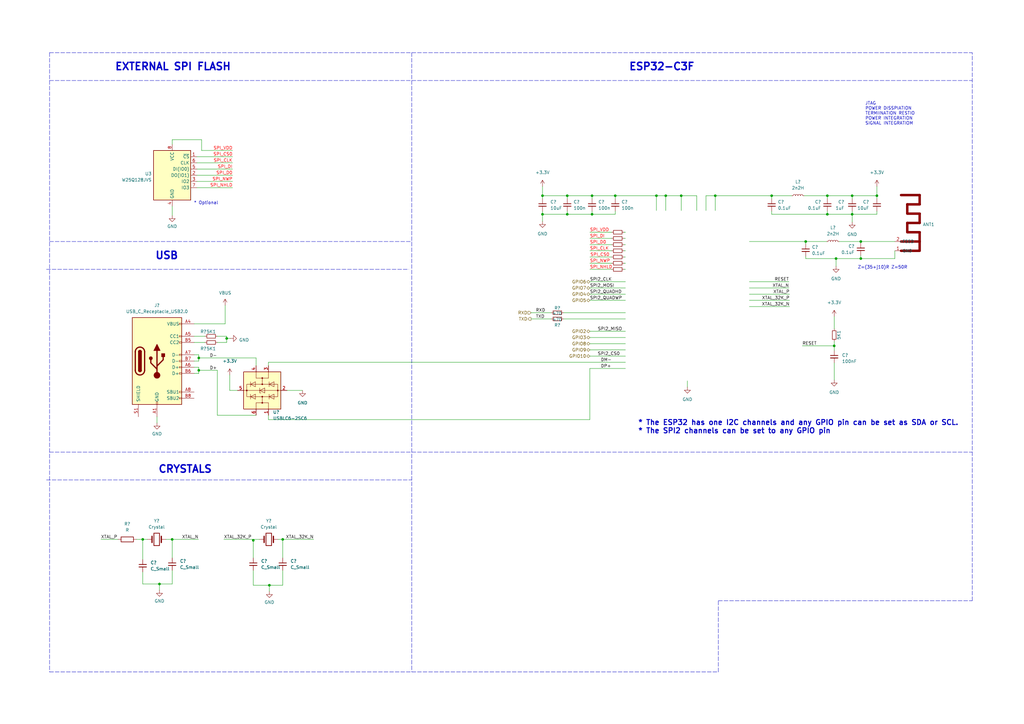
<source format=kicad_sch>
(kicad_sch (version 20230121) (generator eeschema)
  (paper "A3")
  (lib_symbols
    (symbol "Connector:USB_C_Receptacle_USB2.0" (pin_names (offset 1.016))
      (property "Reference" "J" (at -10.16 19.05 0))
      (property "Value" "USB_C_Receptacle_USB2.0" (at 19.05 19.05 0))
      (symbol "USB_C_Receptacle_USB2.0_0_0"
        (rectangle (start -0.254 -17.78) (end 0.254 -16.764))
        (rectangle (start 10.16 -14.986) (end 9.144 -15.494))
        (rectangle (start 10.16 -12.446) (end 9.144 -12.954))
        (rectangle (start 10.16 -4.826) (end 9.144 -5.334))
        (rectangle (start 10.16 -2.286) (end 9.144 -2.794))
        (rectangle (start 10.16 0.254) (end 9.144 -0.254))
        (rectangle (start 10.16 2.794) (end 9.144 2.286))
        (rectangle (start 10.16 7.874) (end 9.144 7.366))
        (rectangle (start 10.16 10.414) (end 9.144 9.906))
        (rectangle (start 10.16 15.494) (end 9.144 14.986))
      )
      (symbol "USB_C_Receptacle_USB2.0_0_1"
        (rectangle (start -10.16 17.78) (end 10.16 -17.78) (stroke (width 0.254)) (fill (type background)))
        (arc (start -8.89 -3.81) (mid -6.985 -5.7067) (end -5.08 -3.81) (stroke (width 0.508)))
        (arc (start -7.62 -3.81) (mid -6.985 -4.4423) (end -6.35 -3.81) (stroke (width 0.254)))
        (arc (start -7.62 -3.81) (mid -6.985 -4.4423) (end -6.35 -3.81) (stroke (width 0.254)) (fill (type outline)))
        (rectangle (start -7.62 -3.81) (end -6.35 3.81) (stroke (width 0.254)) (fill (type outline)))
        (arc (start -6.35 3.81) (mid -6.985 4.4423) (end -7.62 3.81) (stroke (width 0.254)))
        (arc (start -6.35 3.81) (mid -6.985 4.4423) (end -7.62 3.81) (stroke (width 0.254)) (fill (type outline)))
        (arc (start -5.08 3.81) (mid -6.985 5.7067) (end -8.89 3.81) (stroke (width 0.508)))
        (circle (center -2.54 1.143) (radius 0.635) (stroke (width 0.254)) (fill (type outline)))
        (circle (center 0 -5.842) (radius 1.27) (fill (type outline)))
        (polyline (pts (xy -8.89 -3.81) (xy -8.89 3.81)) (stroke (width 0.508)))
        (polyline (pts (xy -5.08 3.81) (xy -5.08 -3.81)) (stroke (width 0.508)))
        (polyline (pts (xy 0 -5.842) (xy 0 4.318)) (stroke (width 0.508)))
        (polyline (pts (xy 0 -3.302) (xy -2.54 -0.762) (xy -2.54 0.508)) (stroke (width 0.508)))
        (polyline (pts (xy 0 -2.032) (xy 2.54 0.508) (xy 2.54 1.778)) (stroke (width 0.508)))
        (polyline (pts (xy -1.27 4.318) (xy 0 6.858) (xy 1.27 4.318) (xy -1.27 4.318)) (stroke (width 0.254)) (fill (type outline)))
        (rectangle (start 1.905 1.778) (end 3.175 3.048) (stroke (width 0.254)) (fill (type outline)))
      )
      (symbol "USB_C_Receptacle_USB2.0_1_1"
        (pin passive line (at 0 -22.86 90) (length 5.08) (name "GND") (number "A1"))
        (pin passive line (at 0 -22.86 90) (length 5.08) hide (name "GND") (number "A12"))
        (pin passive line (at 15.24 15.24 180) (length 5.08) (name "VBUS") (number "A4"))
        (pin bidirectional line (at 15.24 10.16 180) (length 5.08) (name "CC1") (number "A5"))
        (pin bidirectional line (at 15.24 -2.54 180) (length 5.08) (name "D+") (number "A6"))
        (pin bidirectional line (at 15.24 2.54 180) (length 5.08) (name "D-") (number "A7"))
        (pin bidirectional line (at 15.24 -12.7 180) (length 5.08) (name "SBU1") (number "A8"))
        (pin passive line (at 15.24 15.24 180) (length 5.08) hide (name "VBUS") (number "A9"))
        (pin passive line (at 0 -22.86 90) (length 5.08) hide (name "GND") (number "B1"))
        (pin passive line (at 0 -22.86 90) (length 5.08) hide (name "GND") (number "B12"))
        (pin passive line (at 15.24 15.24 180) (length 5.08) hide (name "VBUS") (number "B4"))
        (pin bidirectional line (at 15.24 7.62 180) (length 5.08) (name "CC2") (number "B5"))
        (pin bidirectional line (at 15.24 -5.08 180) (length 5.08) (name "D+") (number "B6"))
        (pin bidirectional line (at 15.24 0 180) (length 5.08) (name "D-") (number "B7"))
        (pin bidirectional line (at 15.24 -15.24 180) (length 5.08) (name "SBU2") (number "B8"))
        (pin passive line (at 15.24 15.24 180) (length 5.08) hide (name "VBUS") (number "B9"))
        (pin passive line (at -7.62 -22.86 90) (length 5.08) (name "SHIELD") (number "S1"))
      )
    )
    (symbol "Device:C_Small" (pin_numbers hide) (pin_names (offset 0.254) hide)
      (property "Reference" "C" (at 0.254 1.778 0))
      (property "Value" "C_Small" (at 0.254 -2.032 0))
      (symbol "C_Small_0_1"
        (polyline (pts (xy -1.524 -0.508) (xy 1.524 -0.508)) (stroke (width 0.3302)))
        (polyline (pts (xy -1.524 0.508) (xy 1.524 0.508)) (stroke (width 0.3048)))
      )
      (symbol "C_Small_1_1"
        (pin passive line (at 0 2.54 270) (length 2.032) (name "~") (number "1"))
        (pin passive line (at 0 -2.54 90) (length 2.032) (name "~") (number "2"))
      )
    )
    (symbol "Device:Crystal" (pin_numbers hide) (pin_names (offset 1.016) hide)
      (property "Reference" "Y" (at 0 3.81 0))
      (property "Value" "Crystal" (at 0 -3.81 0))
      (symbol "Crystal_0_1"
        (rectangle (start -1.143 2.54) (end 1.143 -2.54) (stroke (width 0.3048)))
        (polyline (pts (xy -2.54 0) (xy -1.905 0)))
        (polyline (pts (xy -1.905 -1.27) (xy -1.905 1.27)) (stroke (width 0.508)))
        (polyline (pts (xy 1.905 -1.27) (xy 1.905 1.27)) (stroke (width 0.508)))
        (polyline (pts (xy 2.54 0) (xy 1.905 0)))
      )
      (symbol "Crystal_1_1"
        (pin passive line (at -3.81 0 0) (length 1.27) (name "1") (number "1"))
        (pin passive line (at 3.81 0 180) (length 1.27) (name "2") (number "2"))
      )
    )
    (symbol "Device:L_Small" (pin_numbers hide) (pin_names (offset 0.254) hide)
      (property "Reference" "L" (at 0.762 1.016 0))
      (property "Value" "L_Small" (at 0.762 -1.016 0))
      (symbol "L_Small_0_1"
        (arc (start 0 -2.032) (mid 0.5058 -1.524) (end 0 -1.016))
        (arc (start 0 -1.016) (mid 0.5058 -0.508) (end 0 0))
        (arc (start 0 0) (mid 0.5058 0.508) (end 0 1.016))
        (arc (start 0 1.016) (mid 0.5058 1.524) (end 0 2.032))
      )
      (symbol "L_Small_1_1"
        (pin passive line (at 0 2.54 270) (length 0.508) (name "~") (number "1"))
        (pin passive line (at 0 -2.54 90) (length 0.508) (name "~") (number "2"))
      )
    )
    (symbol "Device:R" (pin_numbers hide) (pin_names (offset 0))
      (property "Reference" "R" (at 2.032 0 90))
      (property "Value" "R" (at 0 0 90))
      (symbol "R_0_1"
        (rectangle (start -1.016 -2.54) (end 1.016 2.54) (stroke (width 0.254)))
      )
      (symbol "R_1_1"
        (pin passive line (at 0 3.81 270) (length 1.27) (name "~") (number "1"))
        (pin passive line (at 0 -3.81 90) (length 1.27) (name "~") (number "2"))
      )
    )
    (symbol "Device:R_Small" (pin_numbers hide) (pin_names (offset 0.254) hide)
      (property "Reference" "R" (at 0.762 0.508 0))
      (property "Value" "R_Small" (at 0.762 -1.016 0))
      (symbol "R_Small_0_1"
        (rectangle (start -0.762 1.778) (end 0.762 -1.778) (stroke (width 0.2032)))
      )
      (symbol "R_Small_1_1"
        (pin passive line (at 0 2.54 270) (length 0.762) (name "~") (number "1"))
        (pin passive line (at 0 -2.54 90) (length 0.762) (name "~") (number "2"))
      )
    )
    (symbol "Memory_Flash:W25Q128JVS"
      (property "Reference" "U" (at -8.89 8.89 0))
      (property "Value" "W25Q128JVS" (at 7.62 8.89 0))
      (symbol "W25Q128JVS_0_1"
        (rectangle (start -7.62 10.16) (end 7.62 -10.16) (stroke (width 0.254)) (fill (type background)))
      )
      (symbol "W25Q128JVS_1_1"
        (pin input line (at -10.16 7.62 0) (length 2.54) (name "~{CS}") (number "1"))
        (pin bidirectional line (at -10.16 0 0) (length 2.54) (name "DO(IO1)") (number "2"))
        (pin bidirectional line (at -10.16 -2.54 0) (length 2.54) (name "IO2") (number "3"))
        (pin power_in line (at 0 -12.7 90) (length 2.54) (name "GND") (number "4"))
        (pin bidirectional line (at -10.16 2.54 0) (length 2.54) (name "DI(IO0)") (number "5"))
        (pin input line (at -10.16 5.08 0) (length 2.54) (name "CLK") (number "6"))
        (pin bidirectional line (at -10.16 -5.08 0) (length 2.54) (name "IO3") (number "7"))
        (pin power_in line (at 0 12.7 270) (length 2.54) (name "VCC") (number "8"))
      )
    )
    (symbol "Power_Protection:USBLC6-2SC6" (pin_names hide)
      (property "Reference" "U" (at 2.54 8.89 0))
      (property "Value" "USBLC6-2SC6" (at 2.54 -8.89 0))
      (symbol "USBLC6-2SC6_0_1"
        (rectangle (start -7.62 -7.62) (end 7.62 7.62) (stroke (width 0.254)) (fill (type background)))
        (circle (center -5.08 0) (radius 0.254) (fill (type outline)))
        (circle (center -2.54 0) (radius 0.254) (fill (type outline)))
        (rectangle (start -2.54 6.35) (end 2.54 -6.35))
        (circle (center 0 -6.35) (radius 0.254) (fill (type outline)))
        (polyline (pts (xy -5.08 -2.54) (xy -7.62 -2.54)))
        (polyline (pts (xy -5.08 0) (xy -5.08 -2.54)))
        (polyline (pts (xy -5.08 2.54) (xy -7.62 2.54)))
        (polyline (pts (xy -1.524 -2.794) (xy -3.556 -2.794)))
        (polyline (pts (xy -1.524 4.826) (xy -3.556 4.826)))
        (polyline (pts (xy 0 -7.62) (xy 0 -6.35)))
        (polyline (pts (xy 0 -6.35) (xy 0 1.27)))
        (polyline (pts (xy 0 1.27) (xy 0 6.35)))
        (polyline (pts (xy 0 6.35) (xy 0 7.62)))
        (polyline (pts (xy 1.524 -2.794) (xy 3.556 -2.794)))
        (polyline (pts (xy 1.524 4.826) (xy 3.556 4.826)))
        (polyline (pts (xy 5.08 -2.54) (xy 7.62 -2.54)))
        (polyline (pts (xy 5.08 0) (xy 5.08 -2.54)))
        (polyline (pts (xy 5.08 2.54) (xy 7.62 2.54)))
        (polyline (pts (xy -2.54 0) (xy -5.08 0) (xy -5.08 2.54)))
        (polyline (pts (xy 2.54 0) (xy 5.08 0) (xy 5.08 2.54)))
        (polyline (pts (xy -3.556 -4.826) (xy -1.524 -4.826) (xy -2.54 -2.794) (xy -3.556 -4.826)))
        (polyline (pts (xy -3.556 2.794) (xy -1.524 2.794) (xy -2.54 4.826) (xy -3.556 2.794)))
        (polyline (pts (xy -1.016 -1.016) (xy 1.016 -1.016) (xy 0 1.016) (xy -1.016 -1.016)))
        (polyline (pts (xy 1.016 1.016) (xy 0.762 1.016) (xy -1.016 1.016) (xy -1.016 0.508)))
        (polyline (pts (xy 3.556 -4.826) (xy 1.524 -4.826) (xy 2.54 -2.794) (xy 3.556 -4.826)))
        (polyline (pts (xy 3.556 2.794) (xy 1.524 2.794) (xy 2.54 4.826) (xy 3.556 2.794)))
        (circle (center 0 6.35) (radius 0.254) (fill (type outline)))
        (circle (center 2.54 0) (radius 0.254) (fill (type outline)))
        (circle (center 5.08 0) (radius 0.254) (fill (type outline)))
      )
      (symbol "USBLC6-2SC6_1_1"
        (pin passive line (at -10.16 -2.54 0) (length 2.54) (name "I/O1") (number "1"))
        (pin passive line (at 0 -10.16 90) (length 2.54) (name "GND") (number "2"))
        (pin passive line (at 10.16 -2.54 180) (length 2.54) (name "I/O2") (number "3"))
        (pin passive line (at 10.16 2.54 180) (length 2.54) (name "I/O2") (number "4"))
        (pin passive line (at 0 10.16 270) (length 2.54) (name "VBUS") (number "5"))
        (pin passive line (at -10.16 2.54 0) (length 2.54) (name "I/O1") (number "6"))
      )
    )
    (symbol "Project_Library:ESP32-D0WDQ6"
      (property "Reference" "U" (at -16.51 49.53 0))
      (property "Value" "ESP32-D0WDQ6" (at -16.51 49.53 0))
      (symbol "ESP32-D0WDQ6_0_0"
        (rectangle (start -17.78 -38.1) (end 17.78 48.26) (stroke (width 0.254)) (fill (type background)))
        (pin input line (at -22.86 21.59 0) (length 5.08) (name "VDET_1") (number "10"))
        (pin input line (at -22.86 19.05 0) (length 5.08) (name "VDET_2") (number "11"))
        (pin bidirectional line (at 22.86 -10.16 180) (length 5.08) (name "32K_XP") (number "12"))
        (pin bidirectional line (at 22.86 -12.7 180) (length 5.08) (name "32K_XN") (number "13"))
        (pin bidirectional line (at -22.86 -25.4 0) (length 5.08) (name "GPIO25") (number "14"))
        (pin bidirectional line (at -22.86 -27.94 0) (length 5.08) (name "GPIO26") (number "15"))
        (pin bidirectional line (at -22.86 -30.48 0) (length 5.08) (name "GPIO27") (number "16"))
        (pin bidirectional line (at 22.86 12.7 180) (length 5.08) (name "MTMS") (number "17"))
        (pin bidirectional line (at 22.86 17.78 180) (length 5.08) (name "MTDI") (number "18"))
        (pin power_in line (at 2.54 53.34 270) (length 5.08) (name "VDD3P3_RTC") (number "19"))
        (pin bidirectional line (at 22.86 25.4 180) (length 5.08) (name "LNA_IN") (number "2"))
        (pin bidirectional line (at 22.86 20.32 180) (length 5.08) (name "MTCK") (number "20"))
        (pin bidirectional line (at 22.86 15.24 180) (length 5.08) (name "MTDO") (number "21"))
        (pin bidirectional line (at -22.86 0 0) (length 5.08) (name "GPIO2") (number "22"))
        (pin bidirectional line (at -22.86 2.54 0) (length 5.08) (name "GPIO0") (number "23"))
        (pin bidirectional line (at -22.86 -2.54 0) (length 5.08) (name "GPIO4") (number "24"))
        (pin bidirectional line (at -22.86 -7.62 0) (length 5.08) (name "GPIO16") (number "25"))
        (pin power_in line (at 5.08 53.34 270) (length 5.08) (name "VDD_SDIO") (number "26"))
        (pin bidirectional line (at -22.86 -10.16 0) (length 5.08) (name "GPIO17") (number "27"))
        (pin bidirectional line (at 22.86 -2.54 180) (length 5.08) (name "SD_DATA_2") (number "28"))
        (pin bidirectional line (at 22.86 -5.08 180) (length 5.08) (name "SD_DATA_3") (number "29"))
        (pin bidirectional line (at 22.86 5.08 180) (length 5.08) (name "SD_CMD") (number "30"))
        (pin bidirectional clock (at 22.86 7.62 180) (length 5.08) (name "SD_CLK") (number "31"))
        (pin bidirectional line (at 22.86 2.54 180) (length 5.08) (name "SD_DATA_0") (number "32"))
        (pin bidirectional line (at 22.86 0 180) (length 5.08) (name "SD_DATA_1") (number "33"))
        (pin bidirectional line (at -22.86 -5.08 0) (length 5.08) (name "GPIO5") (number "34"))
        (pin bidirectional line (at -22.86 -12.7 0) (length 5.08) (name "GPIO18") (number "35"))
        (pin bidirectional line (at -22.86 -22.86 0) (length 5.08) (name "GPIO23") (number "36"))
        (pin power_in line (at 0 53.34 270) (length 5.08) (name "VDD3P3_CPU") (number "37"))
        (pin bidirectional line (at -22.86 -15.24 0) (length 5.08) (name "GPIO19") (number "38"))
        (pin bidirectional line (at -22.86 -20.32 0) (length 5.08) (name "GPIO22") (number "39"))
        (pin power_in line (at -2.54 53.34 270) (length 5.08) (name "VDD3P3") (number "4"))
        (pin bidirectional line (at -22.86 11.43 0) (length 5.08) (name "U0RXD") (number "40"))
        (pin bidirectional line (at -22.86 8.89 0) (length 5.08) (name "U0TXD") (number "41"))
        (pin bidirectional line (at -22.86 -17.78 0) (length 5.08) (name "GPIO21") (number "42"))
        (pin output line (at 22.86 -19.05 180) (length 5.08) (name "XTAL_N") (number "44"))
        (pin input line (at 22.86 -16.51 180) (length 5.08) (name "XTAL_P") (number "45"))
        (pin input line (at -22.86 39.37 0) (length 5.08) (name "CAP2") (number "47"))
        (pin input line (at -22.86 41.91 0) (length 5.08) (name "CAP1") (number "48"))
        (pin power_in line (at 0 -43.18 90) (length 5.08) (name "GND") (number "49"))
        (pin input line (at -22.86 26.67 0) (length 5.08) (name "SENSOR_VP") (number "5"))
        (pin input line (at -22.86 31.75 0) (length 5.08) (name "SENSOR_CAPP") (number "6"))
        (pin input line (at -22.86 29.21 0) (length 5.08) (name "SENSOR_CAPN") (number "7"))
        (pin input line (at -22.86 24.13 0) (length 5.08) (name "SENSOR_VN") (number "8"))
        (pin input line (at -22.86 34.29 0) (length 5.08) (name "CHIP_PU") (number "9"))
      )
      (symbol "ESP32-D0WDQ6_1_0"
        (pin power_in line (at -5.08 53.34 270) (length 5.08) (name "VDDA") (number "1"))
        (pin power_in line (at -2.54 53.34 270) (length 5.08) (name "VDD3P3") (number "3"))
        (pin power_in line (at -5.08 53.34 270) (length 5.08) hide (name "VDDA") (number "43"))
        (pin power_in line (at -5.08 53.34 270) (length 5.08) hide (name "VDDA") (number "46"))
      )
    )
    (symbol "Project_Library:IFA_2.4GHz"
      (property "Reference" "ANT" (at 1.27 20.32 0))
      (symbol "IFA_2.4GHz_0_1"
        (polyline (pts (xy 0 0) (xy 7.62 0)) (stroke (width 1)))
        (polyline (pts (xy 0 19.05) (xy 7.62 19.05)) (stroke (width 1)))
        (polyline (pts (xy 2.54 7.62) (xy 7.62 7.62)) (stroke (width 1)))
        (polyline (pts (xy 2.54 15.24) (xy 7.62 15.24)) (stroke (width 1)))
        (polyline (pts (xy 7.62 11.43) (xy 7.62 7.62)) (stroke (width 1)))
        (polyline (pts (xy 7.62 19.05) (xy 7.62 15.24)) (stroke (width 1)))
        (polyline (pts (xy 2.54 7.62) (xy 2.54 3.81) (xy 7.62 3.81)) (stroke (width 1)))
        (polyline (pts (xy 2.54 15.24) (xy 2.54 11.43) (xy 7.62 11.43)) (stroke (width 1)))
        (polyline (pts (xy 7.62 3.81) (xy 7.62 -3.81) (xy 0 -3.81)) (stroke (width 1)))
      )
      (symbol "IFA_2.4GHz_1_1"
        (pin input line (at -2.54 -3.81 0) (length 2.54) (name "GND") (number "1"))
        (pin input line (at -2.54 0 0) (length 2.54) (name "FEED") (number "2"))
      )
    )
    (symbol "power:+3.3V" (power) (pin_names (offset 0))
      (property "Value" "+3.3V" (at 0 3.556 0))
      (symbol "+3.3V_0_1"
        (polyline (pts (xy -0.762 1.27) (xy 0 2.54)))
        (polyline (pts (xy 0 0) (xy 0 2.54)))
        (polyline (pts (xy 0 2.54) (xy 0.762 1.27)))
      )
      (symbol "+3.3V_1_1"
        (pin power_in line (at 0 0 90) (length 0) hide (name "+3.3V") (number "1"))
      )
    )
    (symbol "power:GND" (power) (pin_names (offset 0))
      (property "Value" "GND" (at 0 -3.81 0))
      (symbol "GND_0_1"
        (polyline (pts (xy 0 0) (xy 0 -1.27) (xy 1.27 -1.27) (xy 0 -2.54) (xy -1.27 -1.27) (xy 0 -1.27)))
      )
      (symbol "GND_1_1"
        (pin power_in line (at 0 0 270) (length 0) hide (name "GND") (number "1"))
      )
    )
    (symbol "power:VBUS" (power) (pin_names (offset 0))
      (property "Value" "VBUS" (at 0 3.81 0))
      (symbol "VBUS_0_1"
        (polyline (pts (xy -0.762 1.27) (xy 0 2.54)))
        (polyline (pts (xy 0 0) (xy 0 2.54)))
        (polyline (pts (xy 0 2.54) (xy 0.762 1.27)))
      )
      (symbol "VBUS_1_1"
        (pin power_in line (at 0 0 90) (length 0) hide (name "VBUS") (number "1"))
      )
    )
  )
  (junction (at 58.547 221.234))
  (junction (at 222.504 87.884))
  (junction (at 349.504 80.264))
  (junction (at 222.504 80.264))
  (junction (at 353.06 99.06))
  (junction (at 359.664 80.264))
  (junction (at 316.484 80.264))
  (junction (at 353.06 106.045))
  (junction (at 110.49 240.03))
  (junction (at 232.664 87.884))
  (junction (at 81.534 146.812))
  (junction (at 339.344 87.884))
  (junction (at 70.612 221.234))
  (junction (at 92.964 138.811))
  (junction (at 279.4 80.264))
  (junction (at 342.9 106.045))
  (junction (at 342.138 141.859))
  (junction (at 103.886 221.615))
  (junction (at 81.534 151.892))
  (junction (at 65.405 239.522))
  (junction (at 293.37 80.264))
  (junction (at 242.824 80.264))
  (junction (at 349.504 87.884))
  (junction (at 273.05 80.264))
  (junction (at 115.951 221.234))
  (junction (at 339.344 80.264))
  (junction (at 269.24 80.264))
  (junction (at 252.349 80.264))
  (junction (at 330.454 99.06))
  (junction (at 242.824 87.884))
  (junction (at 232.664 80.264))
  (polyline (pts (xy 19.05 110.49) (xy 167.64 110.49)) (stroke (width 0) (type dash)))
  (wire (pts (xy 281.94 158.75) (xy 281.94 156.21)))
  (wire (pts (xy 222.504 76.454) (xy 222.504 80.264)))
  (wire (pts (xy 242.824 80.264) (xy 252.349 80.264)))
  (wire (pts (xy 70.612 221.234) (xy 81.407 221.234)))
  (wire (pts (xy 41.402 221.234) (xy 48.387 221.234)))
  (wire (pts (xy 89.154 151.892) (xy 89.154 170.307)))
  (polyline (pts (xy 294.64 246.38) (xy 398.78 246.38)) (stroke (width 0) (type dash)))
  (wire (pts (xy 232.664 80.264) (xy 242.824 80.264)))
  (wire (pts (xy 232.664 86.614) (xy 232.664 87.884)))
  (wire (pts (xy 80.772 69.342) (xy 95.377 69.342)))
  (wire (pts (xy 70.612 57.277) (xy 82.677 57.277)))
  (wire (pts (xy 58.547 234.569) (xy 58.547 239.522)))
  (wire (pts (xy 110.109 172.085) (xy 110.109 170.307)))
  (wire (pts (xy 70.612 221.234) (xy 70.612 228.854)))
  (wire (pts (xy 222.504 87.884) (xy 222.504 90.805)))
  (wire (pts (xy 316.484 80.264) (xy 324.739 80.264)))
  (wire (pts (xy 241.935 95.25) (xy 250.825 95.25)))
  (wire (pts (xy 232.664 81.534) (xy 232.664 80.264)))
  (polyline (pts (xy 20.32 21.59) (xy 397.51 21.59)) (stroke (width 0) (type dash)))
  (wire (pts (xy 103.886 221.615) (xy 103.886 228.854)))
  (wire (pts (xy 307.34 118.11) (xy 323.596 118.11)))
  (wire (pts (xy 92.964 138.811) (xy 92.964 140.462)))
  (wire (pts (xy 293.37 80.264) (xy 316.484 80.264)))
  (wire (pts (xy 103.886 240.03) (xy 110.49 240.03)))
  (wire (pts (xy 273.05 80.264) (xy 273.05 86.36)))
  (wire (pts (xy 241.935 102.87) (xy 250.825 102.87)))
  (wire (pts (xy 105.029 146.812) (xy 105.029 149.987)))
  (wire (pts (xy 307.34 115.57) (xy 323.596 115.57)))
  (wire (pts (xy 92.964 140.462) (xy 89.154 140.462)))
  (wire (pts (xy 68.072 221.234) (xy 70.612 221.234)))
  (wire (pts (xy 342.138 129.794) (xy 342.138 134.874)))
  (wire (pts (xy 339.344 87.884) (xy 339.344 86.614)))
  (wire (pts (xy 70.612 59.182) (xy 70.612 57.277)))
  (polyline (pts (xy 397.51 21.59) (xy 398.78 21.59)) (stroke (width 0) (type dash)))
  (wire (pts (xy 330.454 99.06) (xy 330.454 100.076)))
  (wire (pts (xy 252.349 80.264) (xy 269.24 80.264)))
  (wire (pts (xy 94.234 153.797) (xy 94.234 160.147)))
  (wire (pts (xy 110.109 172.085) (xy 241.935 172.085)))
  (polyline (pts (xy 19.05 196.85) (xy 168.91 196.85)) (stroke (width 0) (type dash)))
  (wire (pts (xy 231.14 130.81) (xy 256.54 130.81)))
  (wire (pts (xy 242.824 87.884) (xy 242.824 86.614)))
  (polyline (pts (xy 20.32 275.59) (xy 294.64 275.59)) (stroke (width 0) (type dash)))
  (wire (pts (xy 255.905 110.49) (xy 256.54 110.49)))
  (wire (pts (xy 241.935 140.97) (xy 256.54 140.97)))
  (wire (pts (xy 231.14 128.27) (xy 256.54 128.27)))
  (wire (pts (xy 104.14 221.234) (xy 104.14 221.615)))
  (polyline (pts (xy 20.32 33.02) (xy 398.78 33.02)) (stroke (width 0) (type dash)))
  (wire (pts (xy 80.772 64.262) (xy 95.377 64.262)))
  (wire (pts (xy 241.935 151.13) (xy 256.54 151.13)))
  (wire (pts (xy 289.56 80.264) (xy 289.56 86.36)))
  (wire (pts (xy 79.629 148.082) (xy 81.534 148.082)))
  (wire (pts (xy 279.4 86.36) (xy 279.4 80.264)))
  (wire (pts (xy 293.37 86.36) (xy 293.37 80.264)))
  (wire (pts (xy 359.664 80.264) (xy 349.504 80.264)))
  (wire (pts (xy 81.534 146.812) (xy 81.534 148.082)))
  (wire (pts (xy 241.935 115.57) (xy 256.54 115.57)))
  (polyline (pts (xy 20.32 185.42) (xy 398.78 185.42)) (stroke (width 0) (type dash)))
  (wire (pts (xy 110.49 240.03) (xy 110.49 242.57)))
  (wire (pts (xy 269.24 80.264) (xy 269.24 86.36)))
  (wire (pts (xy 342.138 148.844) (xy 342.138 155.829)))
  (wire (pts (xy 110.109 148.59) (xy 256.54 148.59)))
  (wire (pts (xy 92.329 132.842) (xy 92.329 125.222)))
  (wire (pts (xy 349.504 80.264) (xy 339.344 80.264)))
  (wire (pts (xy 117.729 160.147) (xy 124.079 160.147)))
  (wire (pts (xy 65.405 239.522) (xy 70.612 239.522)))
  (wire (pts (xy 82.677 61.722) (xy 95.377 61.722)))
  (wire (pts (xy 110.109 148.59) (xy 110.109 149.987)))
  (wire (pts (xy 115.951 221.234) (xy 115.951 228.854)))
  (wire (pts (xy 58.547 221.234) (xy 60.452 221.234)))
  (wire (pts (xy 255.905 107.95) (xy 256.54 107.95)))
  (wire (pts (xy 316.484 86.614) (xy 316.484 87.884)))
  (polyline (pts (xy 20.32 21.59) (xy 20.32 275.59)) (stroke (width 0) (type dash)))
  (wire (pts (xy 279.4 80.264) (xy 285.75 80.264)))
  (wire (pts (xy 241.935 97.79) (xy 250.825 97.79)))
  (polyline (pts (xy 168.91 21.59) (xy 168.91 275.59)) (stroke (width 0) (type dash)))
  (wire (pts (xy 359.664 81.534) (xy 359.664 80.264)))
  (wire (pts (xy 81.534 151.892) (xy 89.154 151.892)))
  (wire (pts (xy 255.905 95.25) (xy 256.54 95.25)))
  (wire (pts (xy 79.629 145.542) (xy 81.534 145.542)))
  (wire (pts (xy 241.935 135.89) (xy 256.54 135.89)))
  (wire (pts (xy 81.534 146.812) (xy 105.029 146.812)))
  (wire (pts (xy 367.03 106.045) (xy 353.06 106.045)))
  (wire (pts (xy 58.547 221.234) (xy 58.547 229.489)))
  (polyline (pts (xy 398.78 246.38) (xy 398.78 21.59)) (stroke (width 0) (type dash)))
  (wire (pts (xy 252.349 87.884) (xy 242.824 87.884)))
  (wire (pts (xy 359.664 86.614) (xy 359.664 87.884)))
  (wire (pts (xy 79.629 137.922) (xy 84.074 137.922)))
  (wire (pts (xy 255.905 100.33) (xy 256.54 100.33)))
  (wire (pts (xy 241.935 100.33) (xy 250.825 100.33)))
  (wire (pts (xy 349.504 87.884) (xy 349.504 91.059)))
  (wire (pts (xy 80.772 76.962) (xy 95.377 76.962)))
  (wire (pts (xy 82.677 57.277) (xy 82.677 61.722)))
  (wire (pts (xy 269.24 80.264) (xy 273.05 80.264)))
  (wire (pts (xy 339.344 81.534) (xy 339.344 80.264)))
  (wire (pts (xy 293.37 80.264) (xy 289.56 80.264)))
  (wire (pts (xy 104.14 221.234) (xy 106.426 221.234)))
  (wire (pts (xy 64.389 170.942) (xy 64.389 173.482)))
  (wire (pts (xy 359.664 87.884) (xy 349.504 87.884)))
  (wire (pts (xy 222.504 86.614) (xy 222.504 87.884)))
  (wire (pts (xy 114.046 221.234) (xy 115.951 221.234)))
  (wire (pts (xy 110.49 240.03) (xy 115.951 240.03)))
  (wire (pts (xy 217.805 130.81) (xy 226.06 130.81)))
  (wire (pts (xy 273.05 80.264) (xy 279.4 80.264)))
  (wire (pts (xy 330.454 105.156) (xy 330.454 106.045)))
  (wire (pts (xy 92.964 138.811) (xy 94.488 138.811)))
  (wire (pts (xy 342.9 106.045) (xy 342.9 109.22)))
  (wire (pts (xy 241.935 172.085) (xy 241.935 151.13)))
  (wire (pts (xy 353.06 99.06) (xy 367.03 99.06)))
  (wire (pts (xy 285.75 86.36) (xy 285.75 80.264)))
  (wire (pts (xy 330.454 99.06) (xy 339.09 99.06)))
  (wire (pts (xy 349.504 87.884) (xy 339.344 87.884)))
  (wire (pts (xy 81.534 153.162) (xy 79.629 153.162)))
  (wire (pts (xy 241.935 107.95) (xy 250.825 107.95)))
  (wire (pts (xy 359.664 76.454) (xy 359.664 80.264)))
  (wire (pts (xy 349.504 86.614) (xy 349.504 87.884)))
  (wire (pts (xy 241.935 120.65) (xy 256.54 120.65)))
  (wire (pts (xy 97.409 160.147) (xy 94.234 160.147)))
  (wire (pts (xy 79.629 132.842) (xy 92.329 132.842)))
  (wire (pts (xy 222.504 81.534) (xy 222.504 80.264)))
  (wire (pts (xy 241.935 105.41) (xy 250.825 105.41)))
  (wire (pts (xy 307.34 99.06) (xy 330.454 99.06)))
  (wire (pts (xy 222.504 87.884) (xy 232.664 87.884)))
  (wire (pts (xy 307.34 123.19) (xy 323.85 123.19)))
  (wire (pts (xy 89.154 170.307) (xy 105.029 170.307)))
  (wire (pts (xy 79.629 140.462) (xy 84.074 140.462)))
  (wire (pts (xy 307.34 120.65) (xy 323.85 120.65)))
  (wire (pts (xy 115.951 233.934) (xy 115.951 240.03)))
  (wire (pts (xy 103.886 221.234) (xy 103.886 221.615)))
  (wire (pts (xy 342.138 141.859) (xy 342.138 143.764)))
  (wire (pts (xy 56.007 221.234) (xy 58.547 221.234)))
  (wire (pts (xy 252.349 86.614) (xy 252.349 87.884)))
  (wire (pts (xy 92.964 137.922) (xy 92.964 138.811)))
  (wire (pts (xy 80.772 66.802) (xy 95.377 66.802)))
  (wire (pts (xy 255.905 105.41) (xy 256.54 105.41)))
  (wire (pts (xy 80.772 74.422) (xy 95.377 74.422)))
  (wire (pts (xy 222.504 80.264) (xy 232.664 80.264)))
  (wire (pts (xy 329.057 141.859) (xy 342.138 141.859)))
  (polyline (pts (xy 294.64 275.59) (xy 294.64 246.38)) (stroke (width 0) (type dash)))
  (wire (pts (xy 255.905 97.79) (xy 256.54 97.79)))
  (wire (pts (xy 353.06 106.045) (xy 342.9 106.045)))
  (wire (pts (xy 252.349 80.264) (xy 252.349 81.534)))
  (wire (pts (xy 307.34 125.73) (xy 323.85 125.73)))
  (wire (pts (xy 103.886 221.615) (xy 104.14 221.615)))
  (wire (pts (xy 241.935 143.51) (xy 256.54 143.51)))
  (wire (pts (xy 241.935 138.43) (xy 256.54 138.43)))
  (wire (pts (xy 91.821 221.234) (xy 103.886 221.234)))
  (wire (pts (xy 342.138 139.954) (xy 342.138 141.859)))
  (wire (pts (xy 70.612 84.582) (xy 70.612 88.392)))
  (wire (pts (xy 255.905 102.87) (xy 256.54 102.87)))
  (wire (pts (xy 241.935 118.11) (xy 256.54 118.11)))
  (wire (pts (xy 349.504 81.534) (xy 349.504 80.264)))
  (wire (pts (xy 115.951 221.234) (xy 128.651 221.234)))
  (wire (pts (xy 241.935 123.19) (xy 256.54 123.19)))
  (wire (pts (xy 316.484 80.264) (xy 316.484 81.534)))
  (wire (pts (xy 217.805 128.27) (xy 226.06 128.27)))
  (wire (pts (xy 65.405 239.522) (xy 65.405 242.062)))
  (wire (pts (xy 367.03 102.87) (xy 367.03 106.045)))
  (wire (pts (xy 70.612 233.934) (xy 70.612 239.522)))
  (wire (pts (xy 241.935 146.05) (xy 256.54 146.05)))
  (wire (pts (xy 103.886 233.934) (xy 103.886 240.03)))
  (wire (pts (xy 353.06 99.06) (xy 344.17 99.06)))
  (wire (pts (xy 58.547 239.522) (xy 65.405 239.522)))
  (wire (pts (xy 80.772 71.882) (xy 95.377 71.882)))
  (wire (pts (xy 241.935 110.49) (xy 250.825 110.49)))
  (wire (pts (xy 81.534 145.542) (xy 81.534 146.812)))
  (wire (pts (xy 89.154 137.922) (xy 92.964 137.922)))
  (wire (pts (xy 81.534 150.622) (xy 81.534 151.892)))
  (wire (pts (xy 232.664 87.884) (xy 242.824 87.884)))
  (wire (pts (xy 81.534 151.892) (xy 81.534 153.162)))
  (wire (pts (xy 353.06 104.775) (xy 353.06 106.045)))
  (wire (pts (xy 353.06 99.06) (xy 353.06 99.695)))
  (wire (pts (xy 339.344 80.264) (xy 329.819 80.264)))
  (wire (pts (xy 339.344 87.884) (xy 316.484 87.884)))
  (wire (pts (xy 342.9 106.045) (xy 330.454 106.045)))
  (wire (pts (xy 79.629 150.622) (xy 81.534 150.622)))
  (wire (pts (xy 242.824 81.534) (xy 242.824 80.264)))
  (polyline (pts (xy 20.32 99.06) (xy 168.91 99.06)) (stroke (width 0) (type dash)))
  (text "USB" (at 63.5 106.68 0) (effects (font (size 3 3) bold) (justify left bottom)))
  (text "CRYSTALS" (at 64.77 194.31 0) (effects (font (size 3 3) bold) (justify left bottom)))
  (text "* The ESP32 has one I2C channels and any GPIO pin can be set as SDA or SCL.\n* The SPI2 channels can be set to any GPIO pin" (at 261.62 178.054 0) (effects (font (size 2.1 2.1) (thickness 0.4) bold) (justify left bottom)))
  (text "EXTERNAL SPI FLASH" (at 46.99 29.21 0) (effects (font (size 3 3) (thickness 0.6) bold) (justify left bottom)))
  (text "* Optional\n" (at 79.502 84.074 0) (effects (font (size 1.27 1.27)) (justify left bottom)))
  (text "ESP32-C3F" (at 257.81 29.21 0) (effects (font (size 3 3) bold) (justify left bottom)))
  (text "JTAG\nPOWER DISSPIATION\nTERMIINATION RESTIO\nPOWER INTEGRATION\nSIGNAL INTEGRATIOM" (at 354.838 51.435 0) (effects (font (size 1.27 1.27)) (justify left bottom)))
  (text "Z=(35+j10)R Z=50R\n" (at 351.79 110.49 0) (effects (font (size 1.27 1.27)) (justify left bottom)))
  (label "SPI_D0" (at 241.935 100.33 0))
  (label "XTAL_P" (at 41.402 221.234 0))
  (label "XTAL_32K_P" (at 323.85 123.19 180))
  (label "SPI_NHLD" (at 95.377 76.962 180))
  (label "SPI_DI" (at 95.377 69.342 180))
  (label "SPI2_MISO" (at 245.11 135.89 0))
  (label "XTAL_N" (at 323.596 118.11 180))
  (label "RESET" (at 329.057 141.859 0))
  (label "DP+" (at 246.38 151.13 0))
  (label "SPI_NHLD" (at 241.935 110.49 0))
  (label "SPI2_MOSI" (at 241.935 118.11 0))
  (label "SPI_CS0" (at 95.377 64.262 180))
  (label "SPI_NWP" (at 95.377 74.422 180))
  (label "SPI_CS0" (at 242.062 105.41 0))
  (label "SPI_CLK" (at 241.935 102.87 0))
  (label "XTAL_P" (at 323.85 120.65 180))
  (label "SPI_DI" (at 241.935 97.79 0))
  (label "SPI2_CLK" (at 241.935 115.57 0))
  (label "SPI2_QUADWP" (at 241.935 123.19 0))
  (label "TXD" (at 219.71 130.81 0))
  (label "RESET" (at 323.596 115.57 180))
  (label "XTAL_32K_N" (at 128.651 221.234 180))
  (label "SPI_D0" (at 95.377 71.882 180))
  (label "RXD" (at 219.71 128.27 0))
  (label "SPI_VDD" (at 95.377 61.722 180))
  (label "XTAL_N" (at 81.407 221.234 180))
  (label "D+" (at 85.979 151.892 0))
  (label "SPI_CLK" (at 95.377 66.802 180))
  (label "D-" (at 85.979 146.812 0))
  (label "SPI2_QUADHD" (at 241.935 120.65 0))
  (label "XTAL_32K_N" (at 323.85 125.73 180))
  (label "DM-" (at 246.38 148.59 0))
  (label "SPI2_CS0" (at 245.11 146.05 0))
  (label "SPI_VDD" (at 241.935 95.25 0))
  (label "XTAL_32K_P" (at 91.821 221.234 0))
  (label "SPI_NWP" (at 241.935 107.95 0))
  (hierarchical_label "GPIO4" (shape bidirectional) (at 241.935 120.65 180))
  (hierarchical_label "TXD" (shape output) (at 217.805 130.81 180))
  (hierarchical_label "GPIO3" (shape bidirectional) (at 241.935 138.43 180))
  (hierarchical_label "GPIO10" (shape bidirectional) (at 241.935 146.05 180))
  (hierarchical_label "GPIO2" (shape bidirectional) (at 241.935 135.89 180))
  (hierarchical_label "RXD" (shape input) (at 217.805 128.27 180))
  (hierarchical_label "GPIO6" (shape bidirectional) (at 241.935 115.57 180))
  (hierarchical_label "GPIO7" (shape bidirectional) (at 241.935 118.11 180))
  (hierarchical_label "GPIO5" (shape bidirectional) (at 241.935 123.19 180))
  (hierarchical_label "GPIO9" (shape bidirectional) (at 241.935 143.51 180))
  (hierarchical_label "GPIO8" (shape bidirectional) (at 241.935 140.97 180))
  (symbol (lib_id "Device:C_Small") (at 353.06 102.235 0) (mirror y) (unit 1)
    (property "Reference" "C?" (at 350.52 100.9712 0) (effects (justify left)))
    (property "Value" "0.1uF" (at 350.52 103.5112 0) (effects (justify left)))
    (instances (project "BEEWATCH" (path "" (reference "C?") (unit 1)) (path "" (reference "C9") (unit 1))))
  )
  (symbol (lib_id "Device:R_Small") (at 253.365 95.25 90) (unit 1)
    (property "Reference" "R?" (effects hide))
    (property "Value" "0" (effects hide))
    (instances (project "BEEWATCH" (path "" (reference "R?") (unit 1)) (path "" (reference "R1") (unit 1))))
  )
  (symbol (lib_id "Connector:USB_C_Receptacle_USB2.0") (at 64.389 148.082 0) (unit 1)
    (property "Reference" "J?" (at 64.389 125.222 0))
    (property "Value" "USB_C_Receptacle_USB2.0" (at 64.389 127.762 0))
    (property "Datasheet" "https://www.usb.org/sites/default/files/documents/usb_type-c.zip" (effects hide))
    (instances (project "BEEWATCH" (path "" (reference "J?") (unit 1)) (path "" (reference "J1") (unit 1))))
  )
  (symbol (lib_id "Device:R_Small") (at 228.6 130.81 90) (unit 1)
    (property "Reference" "R?" (at 228.6 133.35 90))
    (property "Value" "470" (at 228.5576 131.0643 90))
    (instances (project "BEEWATCH" (path "" (reference "R?") (unit 1)) (path "" (reference "R9") (unit 1))))
  )
  (symbol (lib_id "Device:L_Small") (at 341.63 99.06 90) (unit 1)
    (property "Reference" "L?" (at 341.63 93.345 90))
    (property "Value" "2n2H" (at 341.63 95.885 90))
    (instances (project "BEEWATCH" (path "" (reference "L?") (unit 1)) (path "" (reference "L2") (unit 1))))
  )
  (symbol (lib_id "Project_Library:IFA_2.4GHz") (at 369.57 99.06 0) (unit 1)
    (property "Reference" "ANT1" (at 378.46 92.075 0) (effects (justify left)))
    (property "Value" "~" (at 369.57 99.06 0))
    (property "Footprint" "Project:IFA_2.4GHz" (effects hide))
  )
  (symbol (lib_id "Device:C_Small") (at 330.454 102.616 0) (unit 1)
    (property "Reference" "C?" (at 332.994 101.3522 0) (effects (justify left)))
    (property "Value" "0.1uF" (at 332.994 103.8922 0) (effects (justify left)))
    (instances (project "BEEWATCH" (path "" (reference "C?") (unit 1)) (path "" (reference "C10") (unit 1))))
  )
  (symbol (lib_id "power:+3.3V") (at 342.138 129.794 0) (mirror y) (unit 1)
    (property "Reference" "#PWR?" (effects hide))
    (property "Value" "+3.3V" (at 342.138 124.079 0))
    (instances (project "BEEWATCH" (path "" (reference "#PWR?") (unit 1)) (path "" (reference "#PWR034") (unit 1))))
  )
  (symbol (lib_id "power:GND") (at 94.488 138.811 90) (unit 1)
    (property "Reference" "#PWR?" (effects hide))
    (property "Value" "GND" (at 98.044 139.446 90) (effects (justify right)))
    (instances (project "BEEWATCH" (path "" (reference "#PWR?") (unit 1)) (path "" (reference "#PWR07") (unit 1))))
  )
  (symbol (lib_id "Project_Library:ESP32-D0WDQ6") (at 455.93 104.14 0) (unit 1)
    (property "Reference" "U8" (at 457.7589 144.78 0) (effects (justify left)))
    (property "Value" "ESP32-D0WDQ6" (at 457.7589 147.32 0) (effects (justify left)))
    (property "Footprint" "Project:VFQFN-48" (effects hide))
  )
  (symbol (lib_id "Device:R_Small") (at 253.365 100.33 90) (unit 1)
    (property "Reference" "R?" (effects hide))
    (property "Value" "0" (effects hide))
    (instances (project "BEEWATCH" (path "" (reference "R?") (unit 1)) (path "" (reference "R3") (unit 1))))
  )
  (symbol (lib_id "Device:Crystal") (at 64.262 221.234 180) (unit 1)
    (property "Reference" "Y?" (at 64.262 213.614 0))
    (property "Value" "Crystal" (at 64.262 216.154 0))
    (instances (project "BEEWATCH" (path "" (reference "Y?") (unit 1)) (path "" (reference "Y1") (unit 1))))
  )
  (symbol (lib_id "Device:R_Small") (at 342.138 137.414 0) (mirror x) (unit 1)
    (property "Reference" "R?" (effects hide))
    (property "Value" "5K1" (at 344.043 137.414 90))
    (instances (project "BEEWATCH" (path "" (reference "R?") (unit 1)) (path "" (reference "R22") (unit 1))))
  )
  (symbol (lib_id "Device:C_Small") (at 349.504 84.074 0) (mirror y) (unit 1)
    (property "Reference" "C?" (at 346.329 82.8102 0) (effects (justify left)))
    (property "Value" "1uF" (at 346.329 85.3502 0) (effects (justify left)))
    (instances (project "BEEWATCH" (path "" (reference "C?") (unit 1)) (path "" (reference "C7") (unit 1))))
  )
  (symbol (lib_id "Memory_Flash:W25Q128JVS") (at 70.612 71.882 0) (mirror y) (unit 1)
    (property "Reference" "U3" (at 62.23 71.247 0) (effects (justify left)))
    (property "Value" "W25Q128JVS" (at 62.23 73.787 0) (effects (justify left)))
    (property "Footprint" "Package_SO:SOIC-8_5.23x5.23mm_P1.27mm" (effects hide))
    (property "Datasheet" "http://www.winbond.com/resource-files/w25q128jv_dtr%20revc%2003272018%20plus.pdf" (effects hide))
  )
  (symbol (lib_id "Device:C_Small") (at 252.349 84.074 0) (unit 1)
    (property "Reference" "C?" (at 254.889 82.8102 0) (effects (justify left)))
    (property "Value" "100n" (at 254.889 85.3502 0) (effects (justify left)))
    (instances (project "BEEWATCH" (path "" (reference "C?") (unit 1)) (path "" (reference "C4") (unit 1))))
  )
  (symbol (lib_id "power:GND") (at 222.504 90.805 0) (unit 1)
    (property "Reference" "#PWR?" (effects hide))
    (property "Value" "GND" (at 222.504 95.885 0))
    (instances (project "BEEWATCH" (path "" (reference "#PWR?") (unit 1)) (path "" (reference "#PWR03") (unit 1))))
  )
  (symbol (lib_id "power:GND") (at 65.405 242.062 0) (unit 1)
    (property "Reference" "#PWR?" (effects hide))
    (property "Value" "GND" (at 65.405 246.507 0))
    (instances (project "BEEWATCH" (path "" (reference "#PWR?") (unit 1)) (path "" (reference "#PWR012") (unit 1))))
  )
  (symbol (lib_id "Device:R_Small") (at 86.614 137.922 90) (unit 1)
    (property "Reference" "R?" (at 83.439 136.017 90))
    (property "Value" "5K1" (at 86.614 136.017 90))
    (instances (project "BEEWATCH" (path "" (reference "R?") (unit 1)) (path "" (reference "R10") (unit 1))))
  )
  (symbol (lib_id "power:+3.3V") (at 222.504 76.454 0) (unit 1)
    (property "Reference" "#PWR?" (effects hide))
    (property "Value" "+3.3V" (at 222.504 70.739 0))
    (instances (project "BEEWATCH" (path "" (reference "#PWR?") (unit 1)) (path "" (reference "#PWR01") (unit 1))))
  )
  (symbol (lib_id "Device:C_Small") (at 58.547 232.029 0) (unit 1)
    (property "Reference" "C?" (at 61.722 230.7652 0) (effects (justify left)))
    (property "Value" "C_Small" (at 61.722 233.3052 0) (effects (justify left)))
    (instances (project "BEEWATCH" (path "" (reference "C?") (unit 1)) (path "" (reference "C14") (unit 1))))
  )
  (symbol (lib_id "Device:C_Small") (at 222.504 84.074 0) (unit 1)
    (property "Reference" "C?" (at 225.679 82.8102 0) (effects (justify left)))
    (property "Value" "10uF" (at 225.679 85.3502 0) (effects (justify left)))
    (instances (project "BEEWATCH" (path "" (reference "C?") (unit 1)) (path "" (reference "C1") (unit 1))))
  )
  (symbol (lib_id "Device:R_Small") (at 253.365 102.87 90) (unit 1)
    (property "Reference" "R?" (effects hide))
    (property "Value" "0" (effects hide))
    (instances (project "BEEWATCH" (path "" (reference "R?") (unit 1)) (path "" (reference "R4") (unit 1))))
  )
  (symbol (lib_id "Device:Crystal") (at 110.236 221.234 180) (unit 1)
    (property "Reference" "Y?" (at 110.236 213.614 0))
    (property "Value" "Crystal" (at 110.236 216.154 0))
    (instances (project "BEEWATCH" (path "" (reference "Y?") (unit 1)) (path "" (reference "Y2") (unit 1))))
  )
  (symbol (lib_id "Device:R_Small") (at 253.365 110.49 90) (unit 1)
    (property "Reference" "R?" (effects hide))
    (property "Value" "0" (effects hide))
    (instances (project "BEEWATCH" (path "" (reference "R?") (unit 1)) (path "" (reference "R7") (unit 1))))
  )
  (symbol (lib_id "power:GND") (at 70.612 88.392 0) (unit 1)
    (property "Reference" "#PWR013" (effects hide))
    (property "Value" "GND" (at 70.612 92.837 0))
  )
  (symbol (lib_id "Device:R_Small") (at 86.614 140.462 90) (unit 1)
    (property "Reference" "R?" (at 83.439 143.002 90))
    (property "Value" "5K1" (at 86.614 143.002 90))
    (instances (project "BEEWATCH" (path "" (reference "R?") (unit 1)) (path "" (reference "R11") (unit 1))))
  )
  (symbol (lib_id "power:GND") (at 281.94 158.75 0) (unit 1)
    (property "Reference" "#PWR?" (effects hide))
    (property "Value" "GND" (at 281.94 163.83 0))
    (instances (project "BEEWATCH" (path "" (reference "#PWR?") (unit 1)) (path "" (reference "#PWR09") (unit 1))))
  )
  (symbol (lib_id "Device:R") (at 52.197 221.234 90) (unit 1)
    (property "Reference" "R?" (at 52.197 214.884 90))
    (property "Value" "R" (at 52.197 217.424 90))
    (instances (project "BEEWATCH" (path "" (reference "R?") (unit 1)) (path "" (reference "R12") (unit 1))))
  )
  (symbol (lib_id "Device:R_Small") (at 253.365 107.95 90) (unit 1)
    (property "Reference" "R?" (effects hide))
    (property "Value" "0" (effects hide))
    (instances (project "BEEWATCH" (path "" (reference "R?") (unit 1)) (path "" (reference "R6") (unit 1))))
  )
  (symbol (lib_id "Device:L_Small") (at 327.279 80.264 90) (unit 1)
    (property "Reference" "L?" (at 327.279 74.549 90))
    (property "Value" "2n2H" (at 327.279 77.089 90))
    (instances (project "BEEWATCH" (path "" (reference "L?") (unit 1)) (path "" (reference "L1") (unit 1))))
  )
  (symbol (lib_id "Device:C_Small") (at 115.951 231.394 0) (unit 1)
    (property "Reference" "C?" (at 119.126 230.1302 0) (effects (justify left)))
    (property "Value" "C_Small" (at 119.126 232.6702 0) (effects (justify left)))
    (instances (project "BEEWATCH" (path "" (reference "C?") (unit 1)) (path "" (reference "C16") (unit 1))))
  )
  (symbol (lib_id "power:GND") (at 110.49 242.57 0) (unit 1)
    (property "Reference" "#PWR?" (effects hide))
    (property "Value" "GND" (at 110.49 247.015 0))
    (instances (project "BEEWATCH" (path "" (reference "#PWR?") (unit 1)) (path "" (reference "#PWR014") (unit 1))))
  )
  (symbol (lib_id "power:GND") (at 342.9 109.22 0) (mirror y) (unit 1)
    (property "Reference" "#PWR?" (effects hide))
    (property "Value" "GND" (at 342.9 114.3 0))
    (instances (project "BEEWATCH" (path "" (reference "#PWR?") (unit 1)) (path "" (reference "#PWR05") (unit 1))))
  )
  (symbol (lib_id "power:VBUS") (at 92.329 125.222 0) (unit 1)
    (property "Reference" "#PWR?" (effects hide))
    (property "Value" "VBUS" (at 92.329 120.142 0))
    (instances (project "BEEWATCH" (path "" (reference "#PWR?") (unit 1)) (path "" (reference "#PWR06") (unit 1))))
  )
  (symbol (lib_id "power:GND") (at 349.504 91.059 0) (mirror y) (unit 1)
    (property "Reference" "#PWR?" (effects hide))
    (property "Value" "GND" (at 349.504 96.139 0))
    (instances (project "BEEWATCH" (path "" (reference "#PWR?") (unit 1)) (path "" (reference "#PWR04") (unit 1))))
  )
  (symbol (lib_id "Device:C_Small") (at 359.664 84.074 0) (mirror y) (unit 1)
    (property "Reference" "C?" (at 356.489 82.8102 0) (effects (justify left)))
    (property "Value" "10uF" (at 356.489 85.3502 0) (effects (justify left)))
    (instances (project "BEEWATCH" (path "" (reference "C?") (unit 1)) (path "" (reference "C8") (unit 1))))
  )
  (symbol (lib_id "Device:C_Small") (at 316.484 84.074 0) (unit 1)
    (property "Reference" "C?" (at 319.024 82.8102 0) (effects (justify left)))
    (property "Value" "0.1uF" (at 319.024 85.3502 0) (effects (justify left)))
    (instances (project "BEEWATCH" (path "" (reference "C?") (unit 1)) (path "" (reference "C5") (unit 1))))
  )
  (symbol (lib_id "power:+3.3V") (at 359.664 76.454 0) (mirror y) (unit 1)
    (property "Reference" "#PWR?" (effects hide))
    (property "Value" "+3.3V" (at 359.664 70.739 0))
    (instances (project "BEEWATCH" (path "" (reference "#PWR?") (unit 1)) (path "" (reference "#PWR02") (unit 1))))
  )
  (symbol (lib_id "Device:C_Small") (at 242.824 84.074 0) (unit 1)
    (property "Reference" "C?" (at 245.364 82.8102 0) (effects (justify left)))
    (property "Value" "100n" (at 245.364 85.3502 0) (effects (justify left)))
    (instances (project "BEEWATCH" (path "" (reference "C?") (unit 1)) (path "" (reference "C3") (unit 1))))
  )
  (symbol (lib_id "power:+3.3V") (at 94.234 153.797 0) (unit 1)
    (property "Reference" "#PWR?" (effects hide))
    (property "Value" "+3.3V" (at 94.234 148.082 0))
    (instances (project "BEEWATCH" (path "" (reference "#PWR?") (unit 1)) (path "" (reference "#PWR08") (unit 1))))
  )
  (symbol (lib_id "Device:C_Small") (at 70.612 231.394 0) (unit 1)
    (property "Reference" "C?" (at 73.787 230.1302 0) (effects (justify left)))
    (property "Value" "C_Small" (at 73.787 232.6702 0) (effects (justify left)))
    (instances (project "BEEWATCH" (path "" (reference "C?") (unit 1)) (path "" (reference "C13") (unit 1))))
  )
  (symbol (lib_id "Device:R_Small") (at 253.365 105.41 90) (unit 1)
    (property "Reference" "R?" (effects hide))
    (property "Value" "0" (effects hide))
    (instances (project "BEEWATCH" (path "" (reference "R?") (unit 1)) (path "" (reference "R5") (unit 1))))
  )
  (symbol (lib_id "Device:C_Small") (at 103.886 231.394 0) (unit 1)
    (property "Reference" "C?" (at 107.061 230.1302 0) (effects (justify left)))
    (property "Value" "C_Small" (at 107.061 232.6702 0) (effects (justify left)))
    (instances (project "BEEWATCH" (path "" (reference "C?") (unit 1)) (path "" (reference "C15") (unit 1))))
  )
  (symbol (lib_id "Device:C_Small") (at 232.664 84.074 0) (unit 1)
    (property "Reference" "C?" (at 235.204 82.8102 0) (effects (justify left)))
    (property "Value" "100n" (at 235.204 85.3502 0) (effects (justify left)))
    (instances (project "BEEWATCH" (path "" (reference "C?") (unit 1)) (path "" (reference "C2") (unit 1))))
  )
  (symbol (lib_id "Device:R_Small") (at 228.6 128.27 90) (unit 1)
    (property "Reference" "R?" (at 228.6 126.365 90))
    (property "Value" "470" (at 228.5293 128.5208 90))
    (instances (project "BEEWATCH" (path "" (reference "R?") (unit 1)) (path "" (reference "R8") (unit 1))))
  )
  (symbol (lib_id "power:GND") (at 64.389 173.482 0) (unit 1)
    (property "Reference" "#PWR?" (effects hide))
    (property "Value" "GND" (at 64.389 177.927 0))
    (instances (project "BEEWATCH" (path "" (reference "#PWR?") (unit 1)) (path "" (reference "#PWR011") (unit 1))))
  )
  (symbol (lib_id "power:GND") (at 124.079 160.147 0) (unit 1)
    (property "Reference" "#PWR?" (effects hide))
    (property "Value" "GND" (at 124.079 165.227 0))
    (instances (project "BEEWATCH" (path "" (reference "#PWR?") (unit 1)) (path "" (reference "#PWR010") (unit 1))))
  )
  (symbol (lib_id "Device:C_Small") (at 339.344 84.074 0) (mirror y) (unit 1)
    (property "Reference" "C?" (at 336.804 82.8102 0) (effects (justify left)))
    (property "Value" "0.1uF" (at 336.804 85.3502 0) (effects (justify left)))
    (instances (project "BEEWATCH" (path "" (reference "C?") (unit 1)) (path "" (reference "C6") (unit 1))))
  )
  (symbol (lib_id "Device:C_Small") (at 342.138 146.304 0) (unit 1)
    (property "Reference" "C?" (at 345.313 145.6753 0) (effects (justify left)))
    (property "Value" "100nF" (at 345.313 148.2153 0) (effects (justify left)))
    (instances (project "BEEWATCH" (path "" (reference "C?") (unit 1)) (path "" (reference "C11") (unit 1))))
  )
  (symbol (lib_id "power:GND") (at 342.138 155.829 0) (mirror y) (unit 1)
    (property "Reference" "#PWR?" (effects hide))
    (property "Value" "GND" (at 342.138 160.909 0))
    (instances (project "BEEWATCH" (path "" (reference "#PWR?") (unit 1)) (path "" (reference "#PWR035") (unit 1))))
  )
  (symbol (lib_id "Device:R_Small") (at 253.365 97.79 90) (unit 1)
    (property "Reference" "R?" (effects hide))
    (property "Value" "0" (effects hide))
    (instances (project "BEEWATCH" (path "" (reference "R?") (unit 1)) (path "" (reference "R2") (unit 1))))
  )
  (symbol (lib_id "Power_Protection:USBLC6-2SC6") (at 107.569 160.147 90) (unit 1)
    (property "Reference" "U?" (at 113.284 169.037 90))
    (property "Value" "USBLC6-2SC6" (at 118.999 171.577 90))
    (property "Footprint" "Package_TO_SOT_SMD:SOT-23-6" (effects hide))
    (property "Datasheet" "https://www.st.com/resource/en/datasheet/usblc6-2.pdf" (effects hide))
    (instances (project "BEEWATCH" (path "" (reference "U?") (unit 1)) (path "" (reference "U2") (unit 1))))
  )
)
</source>
